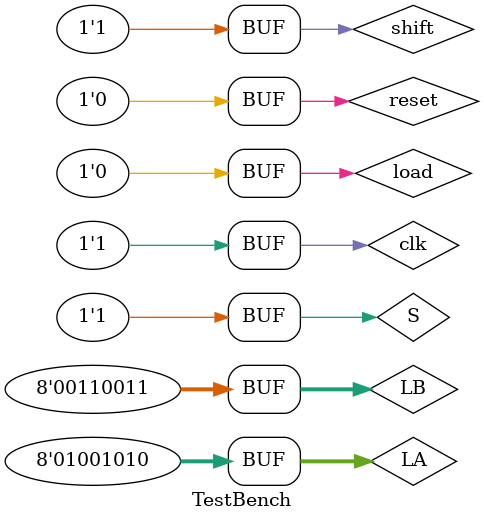
<source format=sv>
`timescale 1ns / 1ps


module TestBench(

    );
    reg clk; reg [7:0] LA; reg [7:0] LB; 
    reg shift; reg load; reg reset;
    wire [7:0] QR;
    logic S = 1;
    SR8bx2wA firstpart(clk, LA,LB,shift,load,reset,S);
    SR8b secondpart(clk,S,QR,shift,load,reset,QR);
    always 
    begin
        clk = 0; #5;
        clk = 1; #5;
    end
    
    
    
    initial begin
        shift = 0; load = 0;reset = 1; #6;
        reset = 0;
        LA = 8'b01001010; LB = 8'b00110011;
        shift = 0; load = 1; #12;
        load = 0; #6;
        shift = 1; #100;
        shift = 0; reset = 1; #11;
        reset = 0; load = 1; #11;
        load = 0;shift = 1; #100;    
    end
endmodule

</source>
